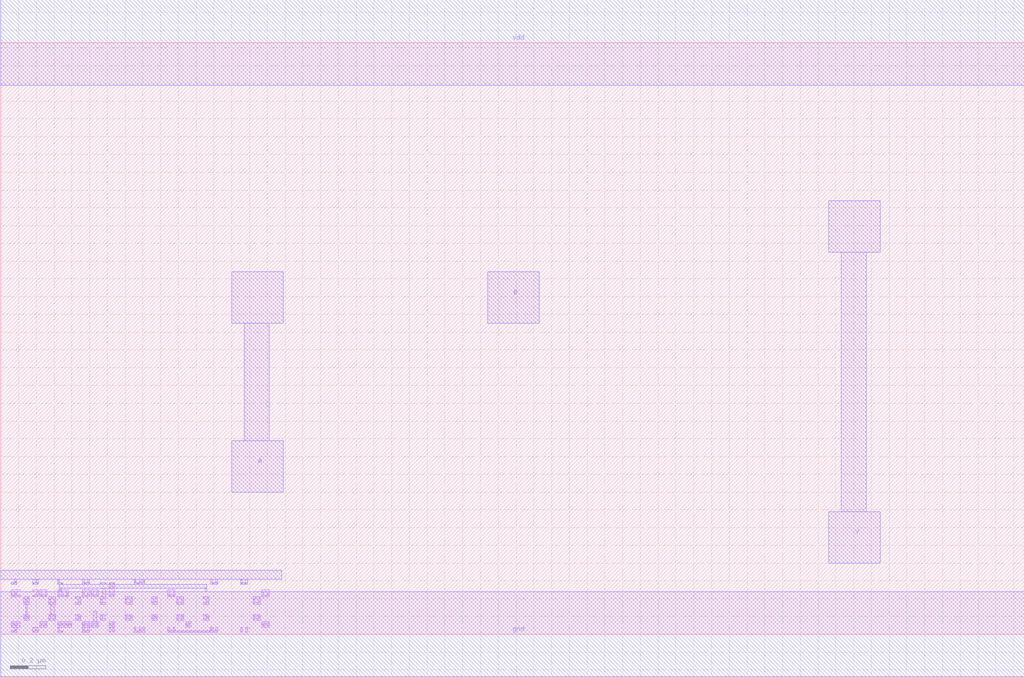
<source format=lef>
VERSION 5.7 ;
  NOWIREEXTENSIONATPIN ON ;
  DIVIDERCHAR "/" ;
  BUSBITCHARS "[]" ;
MACRO OR2X1
  CLASS CORE ;
  FOREIGN OR2X1 ;
  ORIGIN 0.000 0.000 ;
  SIZE 5.760 BY 3.330 ;
  SYMMETRY X Y R90 ;
  SITE unit ;
  PIN vdd
    DIRECTION INOUT ;
    USE POWER ;
    SHAPE ABUTMENT ;
    PORT
      LAYER met1 ;
        RECT 0.000 3.090 5.760 3.570 ;
    END
  END vdd
  PIN gnd
    DIRECTION INOUT ;
    USE GROUND ;
    SHAPE ABUTMENT ;
    PORT
      LAYER met1 ;
        RECT 0.000 0.310 1.580 0.360 ;
        RECT 0.080 0.290 0.090 0.310 ;
        RECT 0.200 0.290 0.210 0.310 ;
        RECT 0.060 0.280 0.090 0.290 ;
        RECT 0.180 0.280 0.210 0.290 ;
        RECT 0.320 0.290 0.330 0.310 ;
        RECT 0.490 0.290 0.500 0.310 ;
        RECT 0.750 0.290 0.760 0.310 ;
        RECT 0.800 0.300 0.810 0.310 ;
        RECT 1.210 0.290 1.220 0.310 ;
        RECT 0.320 0.280 0.350 0.290 ;
        RECT 0.470 0.280 0.500 0.290 ;
        RECT 0.560 0.280 0.590 0.290 ;
        RECT 0.610 0.280 0.640 0.290 ;
        RECT 0.750 0.280 0.780 0.290 ;
        RECT 1.190 0.280 1.220 0.290 ;
        RECT 1.350 0.290 1.360 0.310 ;
        RECT 1.350 0.280 1.380 0.290 ;
        RECT 0.330 0.260 1.160 0.280 ;
        RECT 0.330 0.240 0.340 0.260 ;
        RECT 1.150 0.240 1.160 0.260 ;
        RECT 0.000 -0.240 5.760 0.240 ;
    END
  END gnd
  PIN Y
    DIRECTION INOUT ;
    USE SIGNAL ;
    SHAPE ABUTMENT ;
    PORT
      LAYER met1 ;
        RECT 4.660 2.150 4.950 2.440 ;
        RECT 4.730 0.690 4.870 2.150 ;
        RECT 4.660 0.400 4.950 0.690 ;
    END
  END Y
  PIN B
    DIRECTION INOUT ;
    USE SIGNAL ;
    SHAPE ABUTMENT ;
    PORT
      LAYER met1 ;
        RECT 2.740 1.750 3.030 2.040 ;
    END
  END B
  PIN A
    DIRECTION INOUT ;
    USE SIGNAL ;
    SHAPE ABUTMENT ;
    PORT
      LAYER met1 ;
        RECT 1.300 1.750 1.590 2.040 ;
        RECT 1.370 1.090 1.510 1.750 ;
        RECT 1.300 0.800 1.590 1.090 ;
    END
  END A
  OBS
      LAYER li1 ;
        RECT 0.080 0.290 0.090 0.310 ;
        RECT 0.060 0.280 0.090 0.290 ;
      LAYER li1 ;
        RECT 0.180 0.290 0.200 0.310 ;
      LAYER li1 ;
        RECT 0.200 0.290 0.210 0.310 ;
        RECT 0.180 0.280 0.210 0.290 ;
        RECT 0.320 0.290 0.330 0.310 ;
        RECT 0.460 0.290 0.470 0.310 ;
        RECT 0.490 0.290 0.500 0.310 ;
        RECT 0.750 0.290 0.760 0.310 ;
        RECT 0.780 0.290 0.790 0.310 ;
        RECT 0.800 0.290 0.810 0.310 ;
        RECT 0.320 0.280 0.350 0.290 ;
        RECT 0.460 0.280 0.500 0.290 ;
        RECT 0.610 0.280 0.640 0.290 ;
        RECT 0.750 0.280 0.810 0.290 ;
        RECT 1.180 0.290 1.190 0.310 ;
        RECT 1.210 0.290 1.220 0.310 ;
        RECT 1.180 0.280 1.220 0.290 ;
        RECT 1.350 0.290 1.360 0.310 ;
        RECT 1.380 0.290 1.390 0.310 ;
        RECT 1.350 0.280 1.390 0.290 ;
        RECT 0.610 0.260 0.620 0.280 ;
        RECT 0.630 0.260 0.640 0.280 ;
        RECT 0.060 0.240 0.110 0.250 ;
        RECT 0.180 0.240 0.210 0.250 ;
      LAYER li1 ;
        RECT 0.060 0.220 0.080 0.240 ;
      LAYER li1 ;
        RECT 0.080 0.220 0.090 0.240 ;
        RECT 0.200 0.220 0.210 0.240 ;
        RECT 0.060 0.210 0.110 0.220 ;
        RECT 0.180 0.210 0.210 0.220 ;
        RECT 0.220 0.240 0.260 0.250 ;
        RECT 0.220 0.220 0.230 0.240 ;
        RECT 0.250 0.220 0.260 0.240 ;
        RECT 0.220 0.210 0.260 0.220 ;
        RECT 0.320 0.240 0.380 0.250 ;
        RECT 0.320 0.220 0.330 0.240 ;
        RECT 0.340 0.220 0.350 0.240 ;
        RECT 0.370 0.220 0.380 0.240 ;
        RECT 0.320 0.210 0.380 0.220 ;
        RECT 0.460 0.240 0.500 0.250 ;
        RECT 0.460 0.220 0.470 0.240 ;
        RECT 0.490 0.220 0.500 0.240 ;
        RECT 0.460 0.210 0.500 0.220 ;
        RECT 0.510 0.240 0.550 0.250 ;
        RECT 0.510 0.220 0.520 0.240 ;
        RECT 0.540 0.220 0.550 0.240 ;
        RECT 0.510 0.210 0.550 0.220 ;
        RECT 0.570 0.210 0.590 0.260 ;
        RECT 0.610 0.240 0.640 0.260 ;
        RECT 0.610 0.220 0.620 0.240 ;
        RECT 0.630 0.220 0.640 0.240 ;
        RECT 0.610 0.210 0.640 0.220 ;
        RECT 0.940 0.240 0.980 0.250 ;
        RECT 0.940 0.220 0.950 0.240 ;
        RECT 0.970 0.220 0.980 0.240 ;
        RECT 0.940 0.210 0.980 0.220 ;
        RECT 1.470 0.240 1.510 0.250 ;
        RECT 1.470 0.220 1.480 0.240 ;
        RECT 1.500 0.220 1.510 0.240 ;
        RECT 1.470 0.210 1.510 0.220 ;
        RECT 0.130 0.200 0.160 0.210 ;
        RECT 0.130 0.180 0.140 0.200 ;
      LAYER li1 ;
        RECT 0.140 0.180 0.150 0.200 ;
      LAYER li1 ;
        RECT 0.150 0.180 0.160 0.200 ;
        RECT 0.130 0.170 0.160 0.180 ;
        RECT 0.270 0.200 0.310 0.210 ;
        RECT 0.420 0.200 0.450 0.210 ;
        RECT 0.270 0.180 0.280 0.200 ;
        RECT 0.300 0.180 0.310 0.200 ;
        RECT 0.440 0.180 0.450 0.200 ;
        RECT 0.270 0.170 0.310 0.180 ;
        RECT 0.420 0.170 0.450 0.180 ;
        RECT 0.560 0.200 0.590 0.210 ;
        RECT 0.700 0.200 0.740 0.210 ;
        RECT 0.560 0.180 0.570 0.200 ;
        RECT 0.700 0.180 0.710 0.200 ;
        RECT 0.730 0.180 0.740 0.200 ;
        RECT 0.560 0.170 0.590 0.180 ;
        RECT 0.700 0.170 0.740 0.180 ;
        RECT 0.850 0.200 0.880 0.210 ;
        RECT 0.850 0.180 0.860 0.200 ;
        RECT 0.870 0.180 0.880 0.200 ;
        RECT 0.850 0.170 0.880 0.180 ;
        RECT 0.990 0.200 1.030 0.210 ;
        RECT 1.140 0.200 1.170 0.210 ;
        RECT 0.990 0.180 1.000 0.200 ;
        RECT 1.020 0.180 1.030 0.200 ;
        RECT 1.160 0.180 1.170 0.200 ;
        RECT 0.990 0.170 1.030 0.180 ;
        RECT 1.140 0.170 1.170 0.180 ;
        RECT 1.420 0.200 1.460 0.210 ;
        RECT 1.420 0.180 1.430 0.200 ;
        RECT 1.450 0.180 1.460 0.200 ;
        RECT 1.420 0.170 1.460 0.180 ;
        RECT 0.140 0.110 0.150 0.170 ;
        RECT 0.280 0.110 0.300 0.170 ;
        RECT 0.130 0.100 0.160 0.110 ;
        RECT 0.130 0.090 0.140 0.100 ;
      LAYER li1 ;
        RECT 0.140 0.090 0.150 0.100 ;
      LAYER li1 ;
        RECT 0.150 0.090 0.160 0.100 ;
        RECT 0.130 0.080 0.160 0.090 ;
        RECT 0.270 0.100 0.310 0.110 ;
        RECT 0.420 0.100 0.450 0.110 ;
        RECT 0.270 0.090 0.280 0.100 ;
        RECT 0.300 0.090 0.310 0.100 ;
        RECT 0.440 0.090 0.450 0.100 ;
        RECT 0.270 0.080 0.310 0.090 ;
        RECT 0.420 0.080 0.450 0.090 ;
        RECT 0.520 0.070 0.540 0.130 ;
        RECT 0.560 0.100 0.590 0.110 ;
        RECT 0.700 0.100 0.740 0.110 ;
        RECT 0.560 0.090 0.570 0.100 ;
        RECT 0.700 0.090 0.710 0.100 ;
        RECT 0.730 0.090 0.740 0.100 ;
        RECT 0.560 0.080 0.590 0.090 ;
        RECT 0.700 0.080 0.740 0.090 ;
        RECT 0.850 0.100 0.880 0.110 ;
        RECT 0.850 0.090 0.860 0.100 ;
        RECT 0.870 0.090 0.880 0.100 ;
        RECT 0.850 0.080 0.880 0.090 ;
        RECT 0.990 0.100 1.030 0.110 ;
        RECT 1.140 0.100 1.170 0.110 ;
        RECT 0.990 0.090 1.000 0.100 ;
        RECT 1.020 0.090 1.030 0.100 ;
        RECT 1.160 0.090 1.170 0.100 ;
        RECT 0.990 0.080 1.030 0.090 ;
        RECT 1.140 0.080 1.170 0.090 ;
        RECT 1.420 0.100 1.460 0.110 ;
        RECT 1.420 0.090 1.430 0.100 ;
        RECT 1.450 0.090 1.460 0.100 ;
        RECT 1.420 0.080 1.460 0.090 ;
        RECT 0.060 0.060 0.110 0.070 ;
        RECT 0.220 0.060 0.260 0.070 ;
      LAYER li1 ;
        RECT 0.060 0.050 0.080 0.060 ;
      LAYER li1 ;
        RECT 0.080 0.050 0.090 0.060 ;
        RECT 0.220 0.050 0.230 0.060 ;
        RECT 0.250 0.050 0.260 0.060 ;
        RECT 0.060 0.040 0.110 0.050 ;
        RECT 0.220 0.040 0.260 0.050 ;
        RECT 0.320 0.060 0.400 0.070 ;
        RECT 0.320 0.050 0.330 0.060 ;
        RECT 0.340 0.050 0.350 0.060 ;
        RECT 0.370 0.050 0.380 0.060 ;
        RECT 0.390 0.050 0.400 0.060 ;
        RECT 0.320 0.040 0.400 0.050 ;
        RECT 0.460 0.060 0.500 0.070 ;
        RECT 0.460 0.050 0.470 0.060 ;
        RECT 0.490 0.050 0.500 0.060 ;
        RECT 0.460 0.040 0.500 0.050 ;
        RECT 0.510 0.060 0.550 0.070 ;
        RECT 0.510 0.050 0.520 0.060 ;
        RECT 0.540 0.050 0.550 0.060 ;
        RECT 0.510 0.040 0.550 0.050 ;
        RECT 0.610 0.060 0.640 0.070 ;
        RECT 0.610 0.050 0.620 0.060 ;
        RECT 0.630 0.050 0.640 0.060 ;
        RECT 0.610 0.040 0.640 0.050 ;
        RECT 1.040 0.060 1.070 0.070 ;
        RECT 1.470 0.060 1.510 0.070 ;
        RECT 1.040 0.050 1.050 0.060 ;
        RECT 1.470 0.050 1.480 0.060 ;
        RECT 1.500 0.050 1.510 0.060 ;
        RECT 1.040 0.040 1.070 0.050 ;
        RECT 1.470 0.040 1.510 0.050 ;
        RECT 0.080 0.020 0.090 0.040 ;
        RECT 0.060 0.010 0.090 0.020 ;
      LAYER li1 ;
        RECT 0.180 0.020 0.200 0.040 ;
      LAYER li1 ;
        RECT 0.200 0.020 0.210 0.040 ;
        RECT 0.180 0.010 0.210 0.020 ;
        RECT 0.320 0.020 0.330 0.040 ;
        RECT 0.460 0.020 0.470 0.040 ;
        RECT 0.490 0.020 0.500 0.040 ;
        RECT 0.320 0.010 0.350 0.020 ;
        RECT 0.460 0.010 0.500 0.020 ;
        RECT 0.610 0.010 0.620 0.040 ;
        RECT 0.630 0.010 0.640 0.040 ;
        RECT 0.750 0.020 0.760 0.040 ;
        RECT 0.780 0.020 0.790 0.040 ;
        RECT 0.750 0.010 0.790 0.020 ;
        RECT 0.800 0.010 0.810 0.040 ;
        RECT 0.940 0.020 0.950 0.040 ;
        RECT 0.970 0.020 0.980 0.040 ;
        RECT 1.180 0.020 1.190 0.040 ;
        RECT 1.210 0.020 1.220 0.040 ;
        RECT 0.940 0.010 1.220 0.020 ;
        RECT 1.350 0.010 1.360 0.040 ;
        RECT 1.380 0.010 1.390 0.040 ;
  END
END OR2X1
END LIBRARY


</source>
